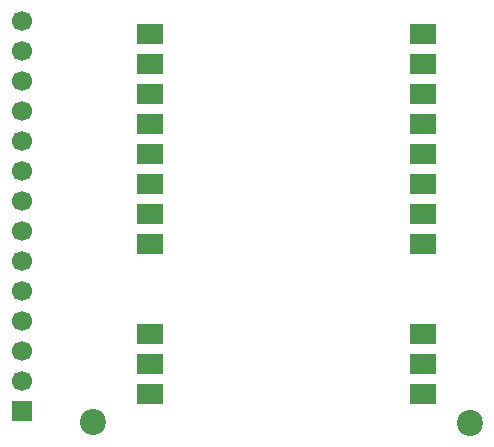
<source format=gbr>
%TF.GenerationSoftware,KiCad,Pcbnew,9.0.4*%
%TF.CreationDate,2025-09-16T08:38:51+02:00*%
%TF.ProjectId,Kimera_E22,4b696d65-7261-45f4-9532-322e6b696361,rev?*%
%TF.SameCoordinates,Original*%
%TF.FileFunction,Soldermask,Top*%
%TF.FilePolarity,Negative*%
%FSLAX46Y46*%
G04 Gerber Fmt 4.6, Leading zero omitted, Abs format (unit mm)*
G04 Created by KiCad (PCBNEW 9.0.4) date 2025-09-16 08:38:51*
%MOMM*%
%LPD*%
G01*
G04 APERTURE LIST*
G04 Aperture macros list*
%AMRoundRect*
0 Rectangle with rounded corners*
0 $1 Rounding radius*
0 $2 $3 $4 $5 $6 $7 $8 $9 X,Y pos of 4 corners*
0 Add a 4 corners polygon primitive as box body*
4,1,4,$2,$3,$4,$5,$6,$7,$8,$9,$2,$3,0*
0 Add four circle primitives for the rounded corners*
1,1,$1+$1,$2,$3*
1,1,$1+$1,$4,$5*
1,1,$1+$1,$6,$7*
1,1,$1+$1,$8,$9*
0 Add four rect primitives between the rounded corners*
20,1,$1+$1,$2,$3,$4,$5,0*
20,1,$1+$1,$4,$5,$6,$7,0*
20,1,$1+$1,$6,$7,$8,$9,0*
20,1,$1+$1,$8,$9,$2,$3,0*%
G04 Aperture macros list end*
%ADD10RoundRect,0.102000X-1.040000X-0.755000X1.040000X-0.755000X1.040000X0.755000X-1.040000X0.755000X0*%
%ADD11R,1.700000X1.700000*%
%ADD12C,1.700000*%
%ADD13C,2.200000*%
G04 APERTURE END LIST*
D10*
%TO.C,U1*%
X139970000Y-95030000D03*
X139970000Y-92490000D03*
X139970000Y-89950000D03*
X139970000Y-82350000D03*
X139970000Y-79810000D03*
X139970000Y-77270000D03*
X139970000Y-74730000D03*
X139970000Y-72190000D03*
X139970000Y-69650000D03*
X139970000Y-67110000D03*
X139970000Y-64570000D03*
X116820000Y-64570000D03*
X116820000Y-67110000D03*
X116820000Y-69650000D03*
X116820000Y-72190000D03*
X116820000Y-74730000D03*
X116820000Y-77270000D03*
X116820000Y-79810000D03*
X116820000Y-82350000D03*
X116820000Y-89950000D03*
X116820000Y-92490000D03*
X116820000Y-95030000D03*
%TD*%
D11*
%TO.C,J1*%
X106000000Y-96440000D03*
D12*
X106000000Y-93900000D03*
X106000000Y-91360000D03*
X106000000Y-88820000D03*
X106000000Y-86280000D03*
X106000000Y-83740000D03*
X106000000Y-81200000D03*
X106000000Y-78660000D03*
X106000000Y-76120000D03*
X106000000Y-73580000D03*
X106000000Y-71040000D03*
X106000000Y-68500000D03*
X106000000Y-65960000D03*
X106000000Y-63420000D03*
%TD*%
D13*
%TO.C,REF\u002A\u002A*%
X111990000Y-97400000D03*
%TD*%
%TO.C,REF\u002A\u002A*%
X143930000Y-97510000D03*
%TD*%
M02*

</source>
